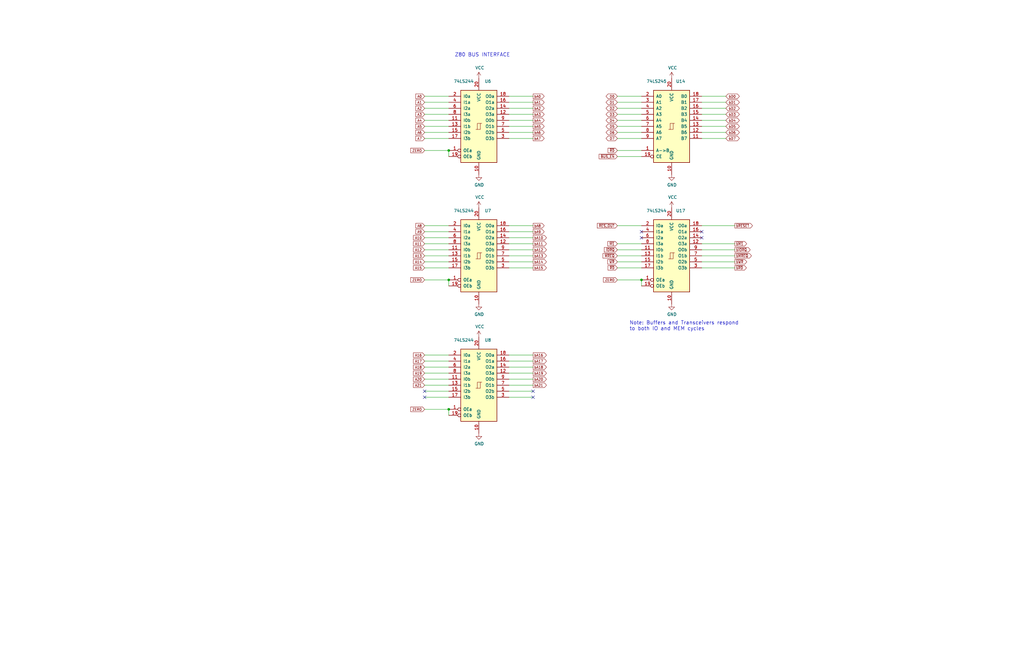
<source format=kicad_sch>
(kicad_sch (version 20211123) (generator eeschema)
  (paper "B")
  (lib_symbols
    (symbol "74xx:74LS244" (pin_names (offset 1.016))
      (property "Reference" "U" (at -7.62 16.51 0))
      (property "Value" "74LS244" (at -7.62 -16.51 0))
      (symbol "74LS244_1_0"
        (polyline (pts (xy -0.635 -1.27) (xy -0.635 1.27) (xy 0.635 1.27)))
        (polyline (pts (xy -1.27 -1.27) (xy 0.635 -1.27) (xy 0.635 1.27) (xy 1.27 1.27)))
        (pin input inverted (at -12.7 -10.16 0) (length 5.08) (name "OEa") (number "1"))
        (pin power_in line (at 0 -20.32 90) (length 5.08) (name "GND") (number "10"))
        (pin input line (at -12.7 2.54 0) (length 5.08) (name "I0b") (number "11"))
        (pin tri_state line (at 12.7 5.08 180) (length 5.08) (name "O3a") (number "12"))
        (pin input line (at -12.7 0 0) (length 5.08) (name "I1b") (number "13"))
        (pin tri_state line (at 12.7 7.62 180) (length 5.08) (name "O2a") (number "14"))
        (pin input line (at -12.7 -2.54 0) (length 5.08) (name "I2b") (number "15"))
        (pin tri_state line (at 12.7 10.16 180) (length 5.08) (name "O1a") (number "16"))
        (pin input line (at -12.7 -5.08 0) (length 5.08) (name "I3b") (number "17"))
        (pin tri_state line (at 12.7 12.7 180) (length 5.08) (name "O0a") (number "18"))
        (pin input inverted (at -12.7 -12.7 0) (length 5.08) (name "OEb") (number "19"))
        (pin input line (at -12.7 12.7 0) (length 5.08) (name "I0a") (number "2"))
        (pin power_in line (at 0 20.32 270) (length 5.08) (name "VCC") (number "20"))
        (pin tri_state line (at 12.7 -5.08 180) (length 5.08) (name "O3b") (number "3"))
        (pin input line (at -12.7 10.16 0) (length 5.08) (name "I1a") (number "4"))
        (pin tri_state line (at 12.7 -2.54 180) (length 5.08) (name "O2b") (number "5"))
        (pin input line (at -12.7 7.62 0) (length 5.08) (name "I2a") (number "6"))
        (pin tri_state line (at 12.7 0 180) (length 5.08) (name "O1b") (number "7"))
        (pin input line (at -12.7 5.08 0) (length 5.08) (name "I3a") (number "8"))
        (pin tri_state line (at 12.7 2.54 180) (length 5.08) (name "O0b") (number "9"))
      )
      (symbol "74LS244_1_1"
        (rectangle (start -7.62 15.24) (end 7.62 -15.24) (stroke (width 0.254)) (fill (type background)))
      )
    )
    (symbol "74xx:74LS245" (pin_names (offset 1.016))
      (property "Reference" "U" (at -7.62 16.51 0))
      (property "Value" "74LS245" (at -7.62 -16.51 0))
      (symbol "74LS245_1_0"
        (polyline (pts (xy -0.635 -1.27) (xy -0.635 1.27) (xy 0.635 1.27)))
        (polyline (pts (xy -1.27 -1.27) (xy 0.635 -1.27) (xy 0.635 1.27) (xy 1.27 1.27)))
        (pin input line (at -12.7 -10.16 0) (length 5.08) (name "A->B") (number "1"))
        (pin power_in line (at 0 -20.32 90) (length 5.08) (name "GND") (number "10"))
        (pin tri_state line (at 12.7 -5.08 180) (length 5.08) (name "B7") (number "11"))
        (pin tri_state line (at 12.7 -2.54 180) (length 5.08) (name "B6") (number "12"))
        (pin tri_state line (at 12.7 0 180) (length 5.08) (name "B5") (number "13"))
        (pin tri_state line (at 12.7 2.54 180) (length 5.08) (name "B4") (number "14"))
        (pin tri_state line (at 12.7 5.08 180) (length 5.08) (name "B3") (number "15"))
        (pin tri_state line (at 12.7 7.62 180) (length 5.08) (name "B2") (number "16"))
        (pin tri_state line (at 12.7 10.16 180) (length 5.08) (name "B1") (number "17"))
        (pin tri_state line (at 12.7 12.7 180) (length 5.08) (name "B0") (number "18"))
        (pin input inverted (at -12.7 -12.7 0) (length 5.08) (name "CE") (number "19"))
        (pin tri_state line (at -12.7 12.7 0) (length 5.08) (name "A0") (number "2"))
        (pin power_in line (at 0 20.32 270) (length 5.08) (name "VCC") (number "20"))
        (pin tri_state line (at -12.7 10.16 0) (length 5.08) (name "A1") (number "3"))
        (pin tri_state line (at -12.7 7.62 0) (length 5.08) (name "A2") (number "4"))
        (pin tri_state line (at -12.7 5.08 0) (length 5.08) (name "A3") (number "5"))
        (pin tri_state line (at -12.7 2.54 0) (length 5.08) (name "A4") (number "6"))
        (pin tri_state line (at -12.7 0 0) (length 5.08) (name "A5") (number "7"))
        (pin tri_state line (at -12.7 -2.54 0) (length 5.08) (name "A6") (number "8"))
        (pin tri_state line (at -12.7 -5.08 0) (length 5.08) (name "A7") (number "9"))
      )
      (symbol "74LS245_1_1"
        (rectangle (start -7.62 15.24) (end 7.62 -15.24) (stroke (width 0.254)) (fill (type background)))
      )
    )
    (symbol "power:GND" (power) (pin_names (offset 0))
      (property "Value" "GND" (at 0 -3.81 0))
      (symbol "GND_0_1"
        (polyline (pts (xy 0 0) (xy 0 -1.27) (xy 1.27 -1.27) (xy 0 -2.54) (xy -1.27 -1.27) (xy 0 -1.27)))
      )
      (symbol "GND_1_1"
        (pin power_in line (at 0 0 270) (length 0) hide (name "GND") (number "1"))
      )
    )
    (symbol "power:VCC" (power) (pin_names (offset 0))
      (property "Value" "VCC" (at 0 3.81 0))
      (symbol "VCC_0_1"
        (polyline (pts (xy -0.762 1.27) (xy 0 2.54)))
        (polyline (pts (xy 0 0) (xy 0 2.54)))
        (polyline (pts (xy 0 2.54) (xy 0.762 1.27)))
      )
      (symbol "VCC_1_1"
        (pin power_in line (at 0 0 90) (length 0) hide (name "VCC") (number "1"))
      )
    )
  )
  (junction (at 189.23 63.5))
  (junction (at 270.51 118.11))
  (junction (at 189.23 118.11))
  (junction (at 189.23 172.72))
  (no_connect (at 295.91 97.79))
  (no_connect (at 270.51 97.79))
  (no_connect (at 179.07 167.64))
  (no_connect (at 224.79 167.64))
  (no_connect (at 224.79 165.1))
  (no_connect (at 270.51 100.33))
  (no_connect (at 295.91 100.33))
  (no_connect (at 179.07 165.1))
  (wire (pts (xy 260.35 107.95) (xy 270.51 107.95)))
  (wire (pts (xy 179.07 63.5) (xy 189.23 63.5)))
  (wire (pts (xy 295.91 107.95) (xy 309.88 107.95)))
  (wire (pts (xy 214.63 55.88) (xy 224.79 55.88)))
  (wire (pts (xy 179.07 95.25) (xy 189.23 95.25)))
  (wire (pts (xy 295.91 48.26) (xy 306.07 48.26)))
  (wire (pts (xy 295.91 105.41) (xy 309.88 105.41)))
  (wire (pts (xy 214.63 43.18) (xy 224.79 43.18)))
  (wire (pts (xy 189.23 118.11) (xy 179.07 118.11)))
  (wire (pts (xy 214.63 154.94) (xy 224.79 154.94)))
  (wire (pts (xy 179.07 53.34) (xy 189.23 53.34)))
  (wire (pts (xy 179.07 43.18) (xy 189.23 43.18)))
  (wire (pts (xy 270.51 118.11) (xy 270.51 120.65)))
  (wire (pts (xy 214.63 58.42) (xy 224.79 58.42)))
  (wire (pts (xy 214.63 110.49) (xy 224.79 110.49)))
  (wire (pts (xy 179.07 149.86) (xy 189.23 149.86)))
  (wire (pts (xy 214.63 40.64) (xy 224.79 40.64)))
  (wire (pts (xy 295.91 95.25) (xy 309.88 95.25)))
  (wire (pts (xy 214.63 45.72) (xy 224.79 45.72)))
  (wire (pts (xy 179.07 167.64) (xy 189.23 167.64)))
  (wire (pts (xy 179.07 165.1) (xy 189.23 165.1)))
  (wire (pts (xy 214.63 48.26) (xy 224.79 48.26)))
  (wire (pts (xy 295.91 113.03) (xy 309.88 113.03)))
  (wire (pts (xy 214.63 95.25) (xy 224.79 95.25)))
  (wire (pts (xy 260.35 48.26) (xy 270.51 48.26)))
  (wire (pts (xy 214.63 53.34) (xy 224.79 53.34)))
  (wire (pts (xy 179.07 152.4) (xy 189.23 152.4)))
  (wire (pts (xy 189.23 63.5) (xy 189.23 66.04)))
  (wire (pts (xy 260.35 43.18) (xy 270.51 43.18)))
  (wire (pts (xy 214.63 157.48) (xy 224.79 157.48)))
  (wire (pts (xy 179.07 162.56) (xy 189.23 162.56)))
  (wire (pts (xy 179.07 100.33) (xy 189.23 100.33)))
  (wire (pts (xy 189.23 175.26) (xy 189.23 172.72)))
  (wire (pts (xy 214.63 162.56) (xy 224.79 162.56)))
  (wire (pts (xy 295.91 43.18) (xy 306.07 43.18)))
  (wire (pts (xy 260.35 58.42) (xy 270.51 58.42)))
  (wire (pts (xy 214.63 102.87) (xy 224.79 102.87)))
  (wire (pts (xy 295.91 45.72) (xy 306.07 45.72)))
  (wire (pts (xy 179.07 45.72) (xy 189.23 45.72)))
  (wire (pts (xy 179.07 107.95) (xy 189.23 107.95)))
  (wire (pts (xy 260.35 40.64) (xy 270.51 40.64)))
  (wire (pts (xy 189.23 120.65) (xy 189.23 118.11)))
  (wire (pts (xy 214.63 105.41) (xy 224.79 105.41)))
  (wire (pts (xy 260.35 110.49) (xy 270.51 110.49)))
  (wire (pts (xy 214.63 152.4) (xy 224.79 152.4)))
  (wire (pts (xy 179.07 58.42) (xy 189.23 58.42)))
  (wire (pts (xy 260.35 45.72) (xy 270.51 45.72)))
  (wire (pts (xy 179.07 97.79) (xy 189.23 97.79)))
  (wire (pts (xy 260.35 105.41) (xy 270.51 105.41)))
  (wire (pts (xy 179.07 40.64) (xy 189.23 40.64)))
  (wire (pts (xy 309.88 110.49) (xy 295.91 110.49)))
  (wire (pts (xy 260.35 63.5) (xy 270.51 63.5)))
  (wire (pts (xy 179.07 55.88) (xy 189.23 55.88)))
  (wire (pts (xy 214.63 149.86) (xy 224.79 149.86)))
  (wire (pts (xy 179.07 154.94) (xy 189.23 154.94)))
  (wire (pts (xy 260.35 102.87) (xy 270.51 102.87)))
  (wire (pts (xy 179.07 48.26) (xy 189.23 48.26)))
  (wire (pts (xy 260.35 55.88) (xy 270.51 55.88)))
  (wire (pts (xy 295.91 55.88) (xy 306.07 55.88)))
  (wire (pts (xy 260.35 118.11) (xy 270.51 118.11)))
  (wire (pts (xy 179.07 102.87) (xy 189.23 102.87)))
  (wire (pts (xy 189.23 172.72) (xy 179.07 172.72)))
  (wire (pts (xy 214.63 167.64) (xy 224.79 167.64)))
  (wire (pts (xy 260.35 50.8) (xy 270.51 50.8)))
  (wire (pts (xy 214.63 107.95) (xy 224.79 107.95)))
  (wire (pts (xy 260.35 95.25) (xy 270.51 95.25)))
  (wire (pts (xy 260.35 53.34) (xy 270.51 53.34)))
  (wire (pts (xy 295.91 102.87) (xy 309.88 102.87)))
  (wire (pts (xy 179.07 113.03) (xy 189.23 113.03)))
  (wire (pts (xy 179.07 50.8) (xy 189.23 50.8)))
  (wire (pts (xy 214.63 113.03) (xy 224.79 113.03)))
  (wire (pts (xy 214.63 100.33) (xy 224.79 100.33)))
  (wire (pts (xy 214.63 165.1) (xy 224.79 165.1)))
  (wire (pts (xy 295.91 40.64) (xy 306.07 40.64)))
  (wire (pts (xy 295.91 50.8) (xy 306.07 50.8)))
  (wire (pts (xy 179.07 160.02) (xy 189.23 160.02)))
  (wire (pts (xy 214.63 50.8) (xy 224.79 50.8)))
  (wire (pts (xy 214.63 160.02) (xy 224.79 160.02)))
  (wire (pts (xy 295.91 53.34) (xy 306.07 53.34)))
  (wire (pts (xy 214.63 97.79) (xy 224.79 97.79)))
  (wire (pts (xy 179.07 110.49) (xy 189.23 110.49)))
  (wire (pts (xy 270.51 66.04) (xy 260.35 66.04)))
  (wire (pts (xy 295.91 58.42) (xy 306.07 58.42)))
  (wire (pts (xy 179.07 105.41) (xy 189.23 105.41)))
  (wire (pts (xy 179.07 157.48) (xy 189.23 157.48)))
  (wire (pts (xy 260.35 113.03) (xy 270.51 113.03)))
  (text "Z80 BUS INTERFACE" (at 191.77 24.13 0) (effects (font (size 1.524 1.524)) (justify left bottom)))
  (text "Note: Buffers and Transceivers respond \nto both IO and MEM cycles" (at 265.43 139.7 0) (effects (font (size 1.524 1.524)) (justify left bottom)))
  (global_label "bA3" (shape output) (at 224.79 48.26 0) (effects (font (size 1.016 1.016))) (property "Intersheet References" "${INTERSHEET_REFS}" (effects hide)))
  (global_label "bA12" (shape output) (at 224.79 105.41 0) (effects (font (size 1.016 1.016))) (property "Intersheet References" "${INTERSHEET_REFS}" (effects hide)))
  (global_label "A14" (shape input) (at 179.07 110.49 180) (effects (font (size 1.016 1.016))) (property "Intersheet References" "${INTERSHEET_REFS}" (effects hide)))
  (global_label "bA15" (shape output) (at 224.79 113.03 0) (effects (font (size 1.016 1.016))) (property "Intersheet References" "${INTERSHEET_REFS}" (effects hide)))
  (global_label "bA20" (shape output) (at 224.79 160.02 0) (effects (font (size 1.016 1.016))) (property "Intersheet References" "${INTERSHEET_REFS}" (effects hide)))
  (global_label "bD4" (shape bidirectional) (at 306.07 50.8 0) (effects (font (size 1.016 1.016))) (property "Intersheet References" "${INTERSHEET_REFS}" (effects hide)))
  (global_label "D5" (shape bidirectional) (at 260.35 53.34 180) (effects (font (size 1.016 1.016))) (property "Intersheet References" "${INTERSHEET_REFS}" (effects hide)))
  (global_label "~{bWR}" (shape output) (at 309.88 110.49 0) (effects (font (size 1.016 1.016))) (property "Intersheet References" "${INTERSHEET_REFS}" (effects hide)))
  (global_label "A4" (shape input) (at 179.07 50.8 180) (effects (font (size 1.016 1.016))) (property "Intersheet References" "${INTERSHEET_REFS}" (effects hide)))
  (global_label "~{RD}" (shape input) (at 260.35 63.5 180) (effects (font (size 1.016 1.016))) (property "Intersheet References" "${INTERSHEET_REFS}" (effects hide)))
  (global_label "bD2" (shape bidirectional) (at 306.07 45.72 0) (effects (font (size 1.016 1.016))) (property "Intersheet References" "${INTERSHEET_REFS}" (effects hide)))
  (global_label "D6" (shape bidirectional) (at 260.35 55.88 180) (effects (font (size 1.016 1.016))) (property "Intersheet References" "${INTERSHEET_REFS}" (effects hide)))
  (global_label "bA10" (shape output) (at 224.79 100.33 0) (effects (font (size 1.016 1.016))) (property "Intersheet References" "${INTERSHEET_REFS}" (effects hide)))
  (global_label "bA7" (shape output) (at 224.79 58.42 0) (effects (font (size 1.016 1.016))) (property "Intersheet References" "${INTERSHEET_REFS}" (effects hide)))
  (global_label "bA17" (shape output) (at 224.79 152.4 0) (effects (font (size 1.016 1.016))) (property "Intersheet References" "${INTERSHEET_REFS}" (effects hide)))
  (global_label "A3" (shape input) (at 179.07 48.26 180) (effects (font (size 1.016 1.016))) (property "Intersheet References" "${INTERSHEET_REFS}" (effects hide)))
  (global_label "A9" (shape input) (at 179.07 97.79 180) (effects (font (size 1.016 1.016))) (property "Intersheet References" "${INTERSHEET_REFS}" (effects hide)))
  (global_label "bA5" (shape output) (at 224.79 53.34 0) (effects (font (size 1.016 1.016))) (property "Intersheet References" "${INTERSHEET_REFS}" (effects hide)))
  (global_label "bA4" (shape output) (at 224.79 50.8 0) (effects (font (size 1.016 1.016))) (property "Intersheet References" "${INTERSHEET_REFS}" (effects hide)))
  (global_label "~{bRD}" (shape output) (at 309.88 113.03 0) (effects (font (size 1.016 1.016))) (property "Intersheet References" "${INTERSHEET_REFS}" (effects hide)))
  (global_label "A18" (shape input) (at 179.07 154.94 180) (effects (font (size 1.016 1.016))) (property "Intersheet References" "${INTERSHEET_REFS}" (effects hide)))
  (global_label "bA0" (shape output) (at 224.79 40.64 0) (effects (font (size 1.016 1.016))) (property "Intersheet References" "${INTERSHEET_REFS}" (effects hide)))
  (global_label "A11" (shape input) (at 179.07 102.87 180) (effects (font (size 1.016 1.016))) (property "Intersheet References" "${INTERSHEET_REFS}" (effects hide)))
  (global_label "A20" (shape input) (at 179.07 160.02 180) (effects (font (size 1.016 1.016))) (property "Intersheet References" "${INTERSHEET_REFS}" (effects hide)))
  (global_label "D7" (shape bidirectional) (at 260.35 58.42 180) (effects (font (size 1.016 1.016))) (property "Intersheet References" "${INTERSHEET_REFS}" (effects hide)))
  (global_label "~{bRESET}" (shape output) (at 309.88 95.25 0) (effects (font (size 1.016 1.016))) (property "Intersheet References" "${INTERSHEET_REFS}" (effects hide)))
  (global_label "bA16" (shape output) (at 224.79 149.86 0) (effects (font (size 1.016 1.016))) (property "Intersheet References" "${INTERSHEET_REFS}" (effects hide)))
  (global_label "A17" (shape input) (at 179.07 152.4 180) (effects (font (size 1.016 1.016))) (property "Intersheet References" "${INTERSHEET_REFS}" (effects hide)))
  (global_label "A16" (shape input) (at 179.07 149.86 180) (effects (font (size 1.016 1.016))) (property "Intersheet References" "${INTERSHEET_REFS}" (effects hide)))
  (global_label "bD5" (shape bidirectional) (at 306.07 53.34 0) (effects (font (size 1.016 1.016))) (property "Intersheet References" "${INTERSHEET_REFS}" (effects hide)))
  (global_label "~{RD}" (shape input) (at 260.35 113.03 180) (effects (font (size 1.016 1.016))) (property "Intersheet References" "${INTERSHEET_REFS}" (effects hide)))
  (global_label "~{M1}" (shape input) (at 260.35 102.87 180) (effects (font (size 1.016 1.016))) (property "Intersheet References" "${INTERSHEET_REFS}" (effects hide)))
  (global_label "bA6" (shape output) (at 224.79 55.88 0) (effects (font (size 1.016 1.016))) (property "Intersheet References" "${INTERSHEET_REFS}" (effects hide)))
  (global_label "bA18" (shape output) (at 224.79 154.94 0) (effects (font (size 1.016 1.016))) (property "Intersheet References" "${INTERSHEET_REFS}" (effects hide)))
  (global_label "D2" (shape bidirectional) (at 260.35 45.72 180) (effects (font (size 1.016 1.016))) (property "Intersheet References" "${INTERSHEET_REFS}" (effects hide)))
  (global_label "~{MREQ}" (shape input) (at 260.35 107.95 180) (effects (font (size 1.016 1.016))) (property "Intersheet References" "${INTERSHEET_REFS}" (effects hide)))
  (global_label "D0" (shape bidirectional) (at 260.35 40.64 180) (effects (font (size 1.016 1.016))) (property "Intersheet References" "${INTERSHEET_REFS}" (effects hide)))
  (global_label "~{bM1}" (shape output) (at 309.88 102.87 0) (effects (font (size 1.016 1.016))) (property "Intersheet References" "${INTERSHEET_REFS}" (effects hide)))
  (global_label "A12" (shape input) (at 179.07 105.41 180) (effects (font (size 1.016 1.016))) (property "Intersheet References" "${INTERSHEET_REFS}" (effects hide)))
  (global_label "A2" (shape input) (at 179.07 45.72 180) (effects (font (size 1.016 1.016))) (property "Intersheet References" "${INTERSHEET_REFS}" (effects hide)))
  (global_label "bA13" (shape output) (at 224.79 107.95 0) (effects (font (size 1.016 1.016))) (property "Intersheet References" "${INTERSHEET_REFS}" (effects hide)))
  (global_label "bA11" (shape output) (at 224.79 102.87 0) (effects (font (size 1.016 1.016))) (property "Intersheet References" "${INTERSHEET_REFS}" (effects hide)))
  (global_label "bD3" (shape bidirectional) (at 306.07 48.26 0) (effects (font (size 1.016 1.016))) (property "Intersheet References" "${INTERSHEET_REFS}" (effects hide)))
  (global_label "~{WR}" (shape input) (at 260.35 110.49 180) (effects (font (size 1.016 1.016))) (property "Intersheet References" "${INTERSHEET_REFS}" (effects hide)))
  (global_label "~{BUS_EN}" (shape input) (at 260.35 66.04 180) (effects (font (size 1.016 1.016))) (property "Intersheet References" "${INTERSHEET_REFS}" (effects hide)))
  (global_label "A13" (shape input) (at 179.07 107.95 180) (effects (font (size 1.016 1.016))) (property "Intersheet References" "${INTERSHEET_REFS}" (effects hide)))
  (global_label "~{bIORQ}" (shape output) (at 309.88 105.41 0) (effects (font (size 1.016 1.016))) (property "Intersheet References" "${INTERSHEET_REFS}" (effects hide)))
  (global_label "bD6" (shape bidirectional) (at 306.07 55.88 0) (effects (font (size 1.016 1.016))) (property "Intersheet References" "${INTERSHEET_REFS}" (effects hide)))
  (global_label "A5" (shape input) (at 179.07 53.34 180) (effects (font (size 1.016 1.016))) (property "Intersheet References" "${INTERSHEET_REFS}" (effects hide)))
  (global_label "bD7" (shape bidirectional) (at 306.07 58.42 0) (effects (font (size 1.016 1.016))) (property "Intersheet References" "${INTERSHEET_REFS}" (effects hide)))
  (global_label "bA8" (shape output) (at 224.79 95.25 0) (effects (font (size 1.016 1.016))) (property "Intersheet References" "${INTERSHEET_REFS}" (effects hide)))
  (global_label "ZERO" (shape input) (at 260.35 118.11 180) (effects (font (size 1.016 1.016))) (property "Intersheet References" "${INTERSHEET_REFS}" (effects hide)))
  (global_label "A7" (shape input) (at 179.07 58.42 180) (effects (font (size 1.016 1.016))) (property "Intersheet References" "${INTERSHEET_REFS}" (effects hide)))
  (global_label "D4" (shape bidirectional) (at 260.35 50.8 180) (effects (font (size 1.016 1.016))) (property "Intersheet References" "${INTERSHEET_REFS}" (effects hide)))
  (global_label "bA19" (shape output) (at 224.79 157.48 0) (effects (font (size 1.016 1.016))) (property "Intersheet References" "${INTERSHEET_REFS}" (effects hide)))
  (global_label "bA2" (shape output) (at 224.79 45.72 0) (effects (font (size 1.016 1.016))) (property "Intersheet References" "${INTERSHEET_REFS}" (effects hide)))
  (global_label "~{IORQ}" (shape input) (at 260.35 105.41 180) (effects (font (size 1.016 1.016))) (property "Intersheet References" "${INTERSHEET_REFS}" (effects hide)))
  (global_label "ZERO" (shape input) (at 179.07 63.5 180) (effects (font (size 1.016 1.016))) (property "Intersheet References" "${INTERSHEET_REFS}" (effects hide)))
  (global_label "bD0" (shape bidirectional) (at 306.07 40.64 0) (effects (font (size 1.016 1.016))) (property "Intersheet References" "${INTERSHEET_REFS}" (effects hide)))
  (global_label "ZERO" (shape input) (at 179.07 118.11 180) (effects (font (size 1.016 1.016))) (property "Intersheet References" "${INTERSHEET_REFS}" (effects hide)))
  (global_label "A8" (shape input) (at 179.07 95.25 180) (effects (font (size 1.016 1.016))) (property "Intersheet References" "${INTERSHEET_REFS}" (effects hide)))
  (global_label "A15" (shape input) (at 179.07 113.03 180) (effects (font (size 1.016 1.016))) (property "Intersheet References" "${INTERSHEET_REFS}" (effects hide)))
  (global_label "bA1" (shape output) (at 224.79 43.18 0) (effects (font (size 1.016 1.016))) (property "Intersheet References" "${INTERSHEET_REFS}" (effects hide)))
  (global_label "D3" (shape bidirectional) (at 260.35 48.26 180) (effects (font (size 1.016 1.016))) (property "Intersheet References" "${INTERSHEET_REFS}" (effects hide)))
  (global_label "bA21" (shape output) (at 224.79 162.56 0) (effects (font (size 1.016 1.016))) (property "Intersheet References" "${INTERSHEET_REFS}" (effects hide)))
  (global_label "A19" (shape input) (at 179.07 157.48 180) (effects (font (size 1.016 1.016))) (property "Intersheet References" "${INTERSHEET_REFS}" (effects hide)))
  (global_label "ZERO" (shape input) (at 179.07 172.72 180) (effects (font (size 1.016 1.016))) (property "Intersheet References" "${INTERSHEET_REFS}" (effects hide)))
  (global_label "bA9" (shape output) (at 224.79 97.79 0) (effects (font (size 1.016 1.016))) (property "Intersheet References" "${INTERSHEET_REFS}" (effects hide)))
  (global_label "A1" (shape input) (at 179.07 43.18 180) (effects (font (size 1.016 1.016))) (property "Intersheet References" "${INTERSHEET_REFS}" (effects hide)))
  (global_label "A6" (shape input) (at 179.07 55.88 180) (effects (font (size 1.016 1.016))) (property "Intersheet References" "${INTERSHEET_REFS}" (effects hide)))
  (global_label "A10" (shape input) (at 179.07 100.33 180) (effects (font (size 1.016 1.016))) (property "Intersheet References" "${INTERSHEET_REFS}" (effects hide)))
  (global_label "D1" (shape bidirectional) (at 260.35 43.18 180) (effects (font (size 1.016 1.016))) (property "Intersheet References" "${INTERSHEET_REFS}" (effects hide)))
  (global_label "bA14" (shape output) (at 224.79 110.49 0) (effects (font (size 1.016 1.016))) (property "Intersheet References" "${INTERSHEET_REFS}" (effects hide)))
  (global_label "A21" (shape input) (at 179.07 162.56 180) (effects (font (size 1.016 1.016))) (property "Intersheet References" "${INTERSHEET_REFS}" (effects hide)))
  (global_label "~{bMREQ}" (shape output) (at 309.88 107.95 0) (effects (font (size 1.016 1.016))) (property "Intersheet References" "${INTERSHEET_REFS}" (effects hide)))
  (global_label "A0" (shape input) (at 179.07 40.64 180) (effects (font (size 1.016 1.016))) (property "Intersheet References" "${INTERSHEET_REFS}" (effects hide)))
  (global_label "bD1" (shape bidirectional) (at 306.07 43.18 0) (effects (font (size 1.016 1.016))) (property "Intersheet References" "${INTERSHEET_REFS}" (effects hide)))
  (global_label "~{RES_OUT}" (shape input) (at 260.35 95.25 180) (effects (font (size 1.016 1.016))) (property "Intersheet References" "${INTERSHEET_REFS}" (effects hide)))
  (symbol (lib_id "74xx:74LS244") (at 201.93 162.56 0) (unit 1)
    (property "Reference" "U8" (at 205.74 143.51 0))
    (property "Value" "74LS244" (at 195.58 143.51 0))
    (property "Footprint" "Package_DIP:DIP-20_W7.62mm" (effects hide))
    (property "Datasheet" "http://www.ti.com/lit/ds/symlink/sn74ls244.pdf" (effects hide))
  )
  (symbol (lib_id "power:VCC") (at 201.93 142.24 0) (unit 1)
    (property "Reference" "#PWR0103" (effects hide))
    (property "Value" "VCC" (at 202.311 137.8458 0))
  )
  (symbol (lib_id "power:GND") (at 201.93 182.88 0) (unit 1)
    (property "Reference" "#PWR0104" (effects hide))
    (property "Value" "GND" (at 202.057 187.2742 0))
  )
  (symbol (lib_id "74xx:74LS244") (at 201.93 53.34 0) (unit 1)
    (property "Reference" "U6" (at 205.74 34.29 0))
    (property "Value" "74LS244" (at 195.58 34.29 0))
    (property "Footprint" "Package_DIP:DIP-20_W7.62mm" (effects hide))
    (property "Datasheet" "http://www.ti.com/lit/ds/symlink/sn74ls244.pdf" (effects hide))
  )
  (symbol (lib_id "power:VCC") (at 201.93 33.02 0) (unit 1)
    (property "Reference" "#PWR02" (effects hide))
    (property "Value" "VCC" (at 202.311 28.6258 0))
  )
  (symbol (lib_id "power:GND") (at 201.93 73.66 0) (unit 1)
    (property "Reference" "#PWR06" (effects hide))
    (property "Value" "GND" (at 202.057 78.0542 0))
  )
  (symbol (lib_id "74xx:74LS244") (at 201.93 107.95 0) (unit 1)
    (property "Reference" "U7" (at 205.74 88.9 0))
    (property "Value" "74LS244" (at 195.58 88.9 0))
    (property "Footprint" "Package_DIP:DIP-20_W7.62mm" (effects hide))
    (property "Datasheet" "http://www.ti.com/lit/ds/symlink/sn74ls244.pdf" (effects hide))
  )
  (symbol (lib_id "power:VCC") (at 201.93 87.63 0) (unit 1)
    (property "Reference" "#PWR013" (effects hide))
    (property "Value" "VCC" (at 202.311 83.2358 0))
  )
  (symbol (lib_id "power:GND") (at 201.93 128.27 0) (unit 1)
    (property "Reference" "#PWR015" (effects hide))
    (property "Value" "GND" (at 202.057 132.6642 0))
  )
  (symbol (lib_id "74xx:74LS244") (at 283.21 107.95 0) (unit 1)
    (property "Reference" "U17" (at 287.02 88.9 0))
    (property "Value" "74LS244" (at 276.86 88.9 0))
    (property "Footprint" "Package_DIP:DIP-20_W7.62mm" (effects hide))
    (property "Datasheet" "http://www.ti.com/lit/ds/symlink/sn74ls244.pdf" (effects hide))
  )
  (symbol (lib_id "power:VCC") (at 283.21 87.63 0) (unit 1)
    (property "Reference" "#PWR023" (effects hide))
    (property "Value" "VCC" (at 283.591 83.2358 0))
  )
  (symbol (lib_id "power:GND") (at 283.21 128.27 0) (unit 1)
    (property "Reference" "#PWR026" (effects hide))
    (property "Value" "GND" (at 283.337 132.6642 0))
  )
  (symbol (lib_id "74xx:74LS245") (at 283.21 53.34 0) (unit 1)
    (property "Reference" "U14" (at 287.02 34.29 0))
    (property "Value" "74LS245" (at 276.86 34.29 0))
    (property "Footprint" "Package_DIP:DIP-20_W7.62mm" (effects hide))
    (property "Datasheet" "http://www.ti.com/lit/gpn/sn74LS245" (effects hide))
  )
  (symbol (lib_id "power:VCC") (at 283.21 33.02 0) (unit 1)
    (property "Reference" "#PWR018" (effects hide))
    (property "Value" "VCC" (at 283.591 28.6258 0))
  )
  (symbol (lib_id "power:GND") (at 283.21 73.66 0) (unit 1)
    (property "Reference" "#PWR021" (effects hide))
    (property "Value" "GND" (at 283.337 78.0542 0))
  )
)
</source>
